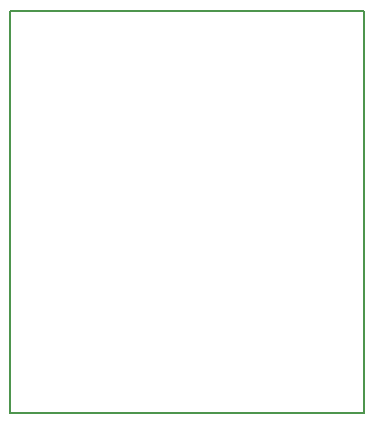
<source format=gbr>
G04 #@! TF.GenerationSoftware,KiCad,Pcbnew,5.0.0-fee4fd1~66~ubuntu18.04.1*
G04 #@! TF.CreationDate,2018-08-25T15:06:22-04:00*
G04 #@! TF.ProjectId,RGB Pulse Blinky,5247422050756C736520426C696E6B79,1*
G04 #@! TF.SameCoordinates,Original*
G04 #@! TF.FileFunction,Profile,NP*
%FSLAX46Y46*%
G04 Gerber Fmt 4.6, Leading zero omitted, Abs format (unit mm)*
G04 Created by KiCad (PCBNEW 5.0.0-fee4fd1~66~ubuntu18.04.1) date Sat Aug 25 15:06:22 2018*
%MOMM*%
%LPD*%
G01*
G04 APERTURE LIST*
%ADD10C,0.200000*%
%ADD11C,0.150000*%
G04 APERTURE END LIST*
D10*
X130048000Y-133350000D02*
X130048000Y-133350000D01*
X130048000Y-99314000D02*
X160020000Y-99314000D01*
X130048000Y-99314000D02*
X130048000Y-99314000D01*
X160020000Y-133350000D02*
X130048000Y-133350000D01*
D11*
X130048000Y-133350000D02*
X130048000Y-99314000D01*
X160020000Y-133350000D02*
X160020000Y-99314000D01*
M02*

</source>
